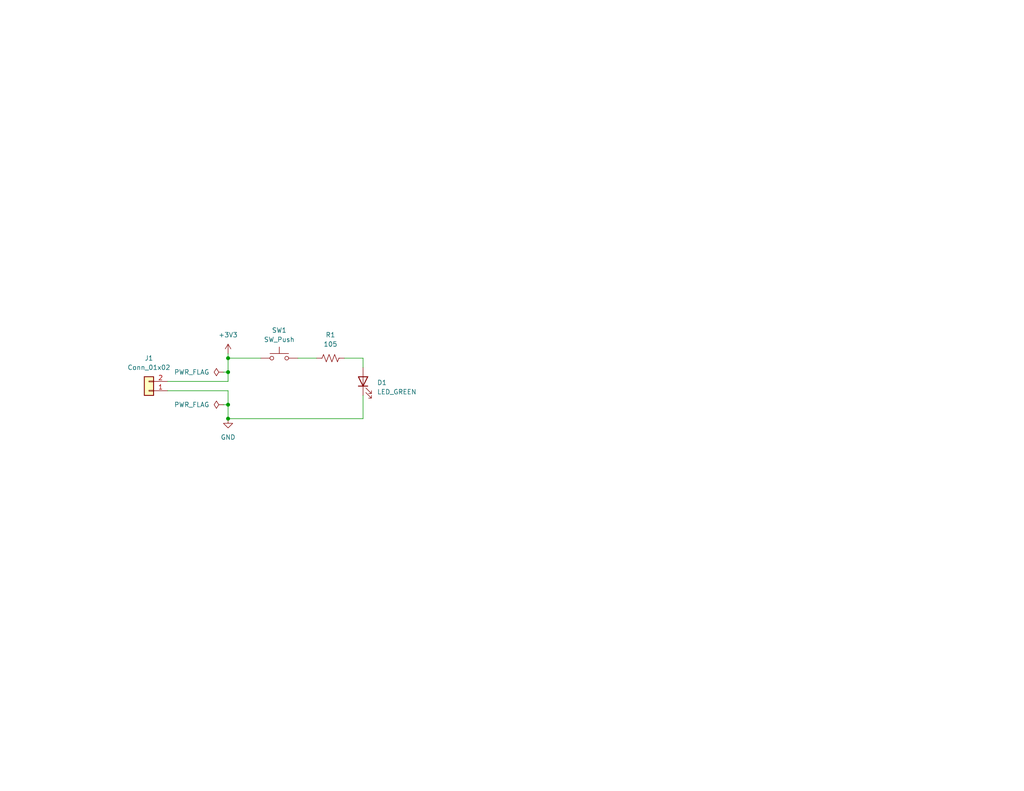
<source format=kicad_sch>
(kicad_sch (version 20231120) (generator "eeschema") (generator_version "8.0")
  (paper "USLetter")
  (title_block (title "LED Proj 1") (date "2022-08-16") (rev "0.0") (company "Illini Solar Car") (comment 1 "Designed By: Enrique Garcia - eg20"))
  (lib_symbols
    (symbol "Connector_Generic:Conn_01x02" (pin_names (offset 1.016) hide)
      (property "Reference" "J" (at 0 2.54 0))
      (property "Value" "Conn_01x02" (at 0 -5.08 0))
      (symbol "Conn_01x02_1_1"
        (rectangle (start -1.27 -2.413) (end 0 -2.667) (stroke (width 0.1524)))
        (rectangle (start -1.27 0.127) (end 0 -0.127) (stroke (width 0.1524)))
        (rectangle (start -1.27 1.27) (end 1.27 -3.81) (stroke (width 0.254)) (fill (type background)))
        (pin passive line (at -5.08 0 0) (length 3.81) (name "Pin_1") (number "1"))
        (pin passive line (at -5.08 -2.54 0) (length 3.81) (name "Pin_2") (number "2"))
      )
    )
    (symbol "Device:LED" (pin_numbers hide) (pin_names (offset 1.016) hide)
      (property "Reference" "D" (at 0 2.54 0))
      (property "Value" "LED" (at 0 -2.54 0))
      (symbol "LED_0_1"
        (polyline (pts (xy -1.27 -1.27) (xy -1.27 1.27)) (stroke (width 0.254)))
        (polyline (pts (xy -1.27 0) (xy 1.27 0)))
        (polyline (pts (xy 1.27 -1.27) (xy 1.27 1.27) (xy -1.27 0) (xy 1.27 -1.27)) (stroke (width 0.254)))
        (polyline (pts (xy -3.048 -0.762) (xy -4.572 -2.286) (xy -3.81 -2.286) (xy -4.572 -2.286) (xy -4.572 -1.524)))
        (polyline (pts (xy -1.778 -0.762) (xy -3.302 -2.286) (xy -2.54 -2.286) (xy -3.302 -2.286) (xy -3.302 -1.524)))
      )
      (symbol "LED_1_1"
        (pin passive line (at -3.81 0 0) (length 2.54) (name "K") (number "1"))
        (pin passive line (at 3.81 0 180) (length 2.54) (name "A") (number "2"))
      )
    )
    (symbol "Device:R_US" (pin_numbers hide) (pin_names (offset 0))
      (property "Reference" "R" (at 2.54 0 90))
      (property "Value" "R_US" (at -2.54 0 90))
      (symbol "R_US_0_1"
        (polyline (pts (xy 0 -2.286) (xy 0 -2.54)))
        (polyline (pts (xy 0 2.286) (xy 0 2.54)))
        (polyline (pts (xy 0 -0.762) (xy 1.016 -1.143) (xy 0 -1.524) (xy -1.016 -1.905) (xy 0 -2.286)))
        (polyline (pts (xy 0 0.762) (xy 1.016 0.381) (xy 0 0) (xy -1.016 -0.381) (xy 0 -0.762)))
        (polyline (pts (xy 0 2.286) (xy 1.016 1.905) (xy 0 1.524) (xy -1.016 1.143) (xy 0 0.762)))
      )
      (symbol "R_US_1_1"
        (pin passive line (at 0 3.81 270) (length 1.27) (name "~") (number "1"))
        (pin passive line (at 0 -3.81 90) (length 1.27) (name "~") (number "2"))
      )
    )
    (symbol "Switch:SW_Push" (pin_numbers hide) (pin_names (offset 1.016) hide)
      (property "Reference" "SW" (at 1.27 2.54 0))
      (property "Value" "SW_Push" (at 0 -1.524 0))
      (symbol "SW_Push_0_1"
        (circle (center -2.032 0) (radius 0.508))
        (polyline (pts (xy 0 1.27) (xy 0 3.048)))
        (polyline (pts (xy 2.54 1.27) (xy -2.54 1.27)))
        (circle (center 2.032 0) (radius 0.508))
        (pin passive line (at -5.08 0 0) (length 2.54) (name "1") (number "1"))
        (pin passive line (at 5.08 0 180) (length 2.54) (name "2") (number "2"))
      )
    )
    (symbol "power:+3V3" (power) (pin_names (offset 0))
      (property "Value" "+3V3" (at 0 3.556 0))
      (symbol "+3V3_0_1"
        (polyline (pts (xy -0.762 1.27) (xy 0 2.54)))
        (polyline (pts (xy 0 0) (xy 0 2.54)))
        (polyline (pts (xy 0 2.54) (xy 0.762 1.27)))
      )
      (symbol "+3V3_1_1"
        (pin power_in line (at 0 0 90) (length 0) hide (name "+3V3") (number "1"))
      )
    )
    (symbol "power:GND" (power) (pin_names (offset 0))
      (property "Value" "GND" (at 0 -3.81 0))
      (symbol "GND_0_1"
        (polyline (pts (xy 0 0) (xy 0 -1.27) (xy 1.27 -1.27) (xy 0 -2.54) (xy -1.27 -1.27) (xy 0 -1.27)))
      )
      (symbol "GND_1_1"
        (pin power_in line (at 0 0 270) (length 0) hide (name "GND") (number "1"))
      )
    )
    (symbol "power:PWR_FLAG" (power) (pin_numbers hide) (pin_names (offset 0) hide)
      (property "Value" "PWR_FLAG" (at 0 3.81 0))
      (symbol "PWR_FLAG_0_0"
        (pin power_out line (at 0 0 90) (length 0) (name "pwr") (number "1"))
      )
      (symbol "PWR_FLAG_0_1"
        (polyline (pts (xy 0 0) (xy 0 1.27) (xy -1.016 1.905) (xy 0 2.54) (xy 1.016 1.905) (xy 0 1.27)))
      )
    )
  )
  (junction (at 62.23 97.79))
  (junction (at 62.23 114.3))
  (junction (at 62.23 110.49))
  (junction (at 62.23 101.6))
  (wire (pts (xy 99.06 97.79) (xy 99.06 100.33)))
  (wire (pts (xy 62.23 114.3) (xy 99.06 114.3)))
  (wire (pts (xy 62.23 97.79) (xy 62.23 96.52)))
  (wire (pts (xy 62.23 101.6) (xy 62.23 104.14)))
  (wire (pts (xy 62.23 110.49) (xy 62.23 106.68)))
  (wire (pts (xy 62.23 114.3) (xy 62.23 110.49)))
  (wire (pts (xy 81.28 97.79) (xy 86.36 97.79)))
  (wire (pts (xy 45.72 106.68) (xy 62.23 106.68)))
  (wire (pts (xy 93.98 97.79) (xy 99.06 97.79)))
  (wire (pts (xy 99.06 107.95) (xy 99.06 114.3)))
  (wire (pts (xy 62.23 97.79) (xy 62.23 101.6)))
  (wire (pts (xy 71.12 97.79) (xy 62.23 97.79)))
  (wire (pts (xy 45.72 104.14) (xy 62.23 104.14)))
  (wire (pts (xy 60.96 101.6) (xy 62.23 101.6)))
  (wire (pts (xy 60.96 110.49) (xy 62.23 110.49)))
  (symbol (lib_id "Switch:SW_Push") (at 76.2 97.79 0) (unit 1)
    (property "Reference" "SW1" (at 76.2 90.17 0))
    (property "Value" "SW_Push" (at 76.2 92.71 0))
    (property "Footprint" "Button_Switch_SMD:SW_DIP_SPSTx01_Slide_6.7x4.1mm_W8.61mm_P2.54mm_LowProfile" (effects (hide yes)))
    (property "Datasheet" "https://www.te.com/usa-en/product-1825910-6.datasheet.pdf" (effects (hide yes)))
    (property "Description" "Push button switch, generic, two pins" (effects (hide yes)))
    (property "MPN" "1825910-6" (effects (hide yes)))
  )
  (symbol (lib_id "Connector_Generic:Conn_01x02") (at 40.64 106.68 180) (unit 1)
    (property "Reference" "J1" (at 40.64 97.79 0))
    (property "Value" "Conn_01x02" (at 40.64 100.33 0))
    (property "Footprint" "Connector_Molex:Molex_KK-254_AE-6410-02A_1x02_P2.54mm_Vertical" (effects (hide yes)))
    (property "Datasheet" "https://www.molex.com/content/dam/molex/molex-dot-com/products/automated/en-us/salesdrawingpdf/641/6410/022272021_sd.pdf?inline" (effects (hide yes)))
    (property "Description" "Generic connector, single row, 01x02, script generated (kicad-library-utils/schlib/autogen/connector/)" (effects (hide yes)))
    (property "MPN" "022272021" (effects (hide yes)))
  )
  (symbol (lib_id "power:+3V3") (at 62.23 96.52 0) (unit 1)
    (property "Reference" "#PWR01" (effects (hide yes)))
    (property "Value" "+3V3" (at 62.23 91.44 0))
    (property "Description" "Power symbol creates a global label with name \"+3V3\"" (effects (hide yes)))
  )
  (symbol (lib_id "Device:LED") (at 99.06 104.14 90) (unit 1)
    (property "Reference" "D1" (at 102.87 104.4574 90) (effects (justify right)))
    (property "Value" "LED_GREEN" (at 102.87 106.9974 90) (effects (justify right)))
    (property "Footprint" "layout:LED_0603_Symbol_on_F.SilkS" (effects (hide yes)))
    (property "Datasheet" "https://mm.digikey.com/Volume0/opasdata/d220001/medias/docus/4336/0603GBD0790S01.pdf" (effects (hide yes)))
    (property "Description" "Light emitting diode" (effects (hide yes)))
    (property "MPN" "0603GBD0790S01" (effects (hide yes)))
  )
  (symbol (lib_id "Device:R_US") (at 90.17 97.79 90) (unit 1)
    (property "Reference" "R1" (at 90.17 91.44 90))
    (property "Value" "105" (at 90.17 93.98 90))
    (property "Footprint" "Resistor_SMD:R_0603_1608Metric_Pad0.98x0.95mm_HandSolder" (effects (hide yes)))
    (property "Datasheet" "https://www.bourns.com/docs/product-datasheets/cr.pdf?sfvrsn=574d41f6_14" (effects (hide yes)))
    (property "Description" "Resistor, US symbol" (effects (hide yes)))
    (property "MPN" "CR0603-FX-1050ELF" (effects (hide yes)))
  )
  (symbol (lib_id "power:GND") (at 62.23 114.3 0) (unit 1)
    (property "Reference" "#PWR02" (effects (hide yes)))
    (property "Value" "GND" (at 62.23 119.38 0))
    (property "Description" "Power symbol creates a global label with name \"GND\" , ground" (effects (hide yes)))
  )
  (symbol (lib_id "power:PWR_FLAG") (at 60.96 110.49 90) (unit 1)
    (property "Reference" "#FLG02" (effects (hide yes)))
    (property "Value" "PWR_FLAG" (at 57.15 110.4899 90) (effects (justify left)))
    (property "Description" "Special symbol for telling ERC where power comes from" (effects (hide yes)))
  )
  (symbol (lib_id "power:PWR_FLAG") (at 60.96 101.6 90) (unit 1)
    (property "Reference" "#FLG01" (effects (hide yes)))
    (property "Value" "PWR_FLAG" (at 57.15 101.5999 90) (effects (justify left)))
    (property "Description" "Special symbol for telling ERC where power comes from" (effects (hide yes)))
  )
)
</source>
